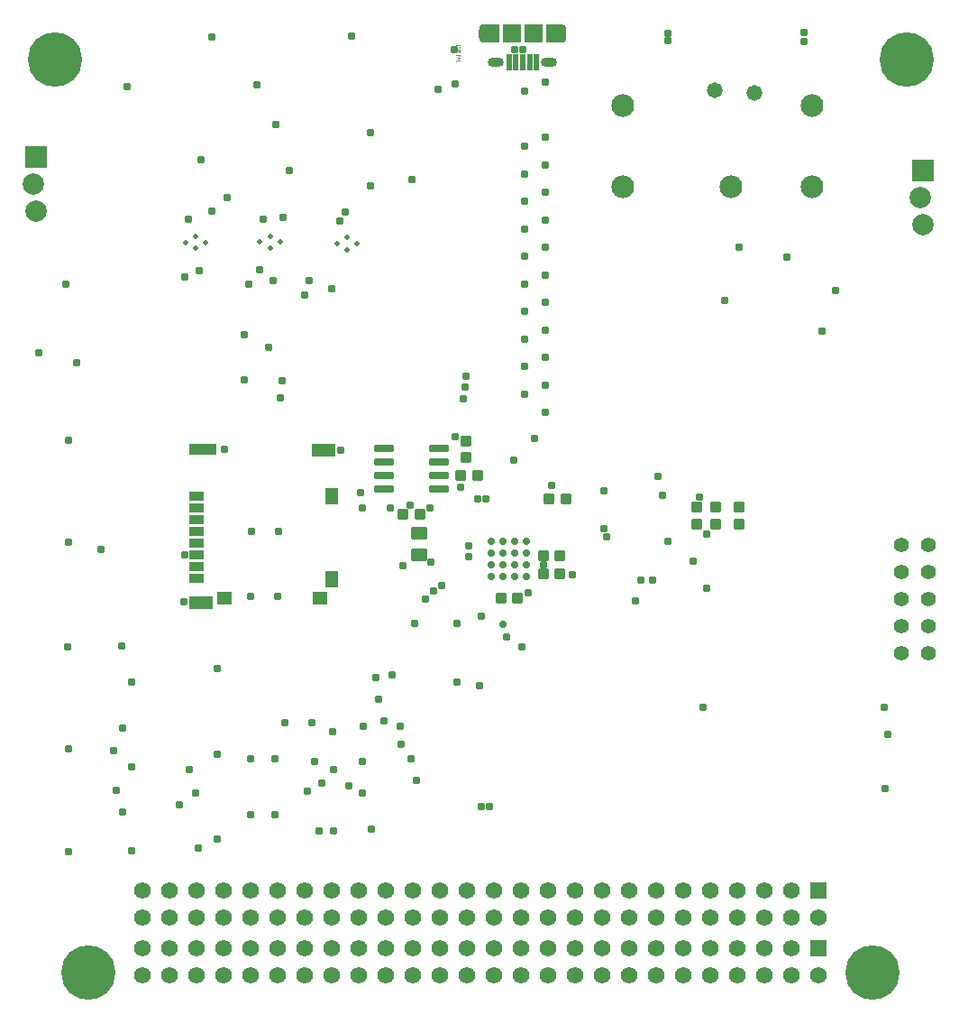
<source format=gbs>
G04*
G04 #@! TF.GenerationSoftware,Altium Limited,Altium Designer,22.6.1 (34)*
G04*
G04 Layer_Color=16711935*
%FSLAX25Y25*%
%MOIN*%
G70*
G04*
G04 #@! TF.SameCoordinates,44BA9B1E-1016-45A4-B772-E771DC22F3FE*
G04*
G04*
G04 #@! TF.FilePolarity,Negative*
G04*
G01*
G75*
G04:AMPARAMS|DCode=42|XSize=38.45mil|YSize=41.4mil|CornerRadius=6.31mil|HoleSize=0mil|Usage=FLASHONLY|Rotation=270.000|XOffset=0mil|YOffset=0mil|HoleType=Round|Shape=RoundedRectangle|*
%AMROUNDEDRECTD42*
21,1,0.03845,0.02879,0,0,270.0*
21,1,0.02584,0.04140,0,0,270.0*
1,1,0.01261,-0.01440,-0.01292*
1,1,0.01261,-0.01440,0.01292*
1,1,0.01261,0.01440,0.01292*
1,1,0.01261,0.01440,-0.01292*
%
%ADD42ROUNDEDRECTD42*%
G04:AMPARAMS|DCode=45|XSize=49.28mil|YSize=59.12mil|CornerRadius=6.98mil|HoleSize=0mil|Usage=FLASHONLY|Rotation=90.000|XOffset=0mil|YOffset=0mil|HoleType=Round|Shape=RoundedRectangle|*
%AMROUNDEDRECTD45*
21,1,0.04928,0.04516,0,0,90.0*
21,1,0.03532,0.05912,0,0,90.0*
1,1,0.01396,0.02258,0.01766*
1,1,0.01396,0.02258,-0.01766*
1,1,0.01396,-0.02258,-0.01766*
1,1,0.01396,-0.02258,0.01766*
%
%ADD45ROUNDEDRECTD45*%
G04:AMPARAMS|DCode=50|XSize=38.45mil|YSize=41.4mil|CornerRadius=6.31mil|HoleSize=0mil|Usage=FLASHONLY|Rotation=0.000|XOffset=0mil|YOffset=0mil|HoleType=Round|Shape=RoundedRectangle|*
%AMROUNDEDRECTD50*
21,1,0.03845,0.02879,0,0,0.0*
21,1,0.02584,0.04140,0,0,0.0*
1,1,0.01261,0.01292,-0.01440*
1,1,0.01261,-0.01292,-0.01440*
1,1,0.01261,-0.01292,0.01440*
1,1,0.01261,0.01292,0.01440*
%
%ADD50ROUNDEDRECTD50*%
%ADD52R,0.06194X0.06194*%
%ADD53C,0.06194*%
%ADD54C,0.05518*%
%ADD55C,0.07900*%
%ADD56R,0.07900X0.07900*%
%ADD57O,0.03851X0.06902*%
%ADD58O,0.05918X0.03359*%
%ADD59C,0.08400*%
%ADD60C,0.20085*%
%ADD61C,0.03099*%
%ADD62C,0.02769*%
%ADD63C,0.01968*%
%ADD64C,0.05800*%
%ADD125R,0.06706X0.06902*%
%ADD126R,0.02375X0.06115*%
G04:AMPARAMS|DCode=127|XSize=72.9mil|YSize=27.62mil|CornerRadius=4.95mil|HoleSize=0mil|Usage=FLASHONLY|Rotation=0.000|XOffset=0mil|YOffset=0mil|HoleType=Round|Shape=RoundedRectangle|*
%AMROUNDEDRECTD127*
21,1,0.07290,0.01772,0,0,0.0*
21,1,0.06299,0.02762,0,0,0.0*
1,1,0.00991,0.03150,-0.00886*
1,1,0.00991,-0.03150,-0.00886*
1,1,0.00991,-0.03150,0.00886*
1,1,0.00991,0.03150,0.00886*
%
%ADD127ROUNDEDRECTD127*%
%ADD128R,0.05028X0.06406*%
%ADD129R,0.09161X0.05028*%
%ADD130R,0.05224X0.05067*%
%ADD131R,0.05421X0.05067*%
%ADD132R,0.10343X0.04240*%
%ADD133R,0.05382X0.03650*%
G36*
X841780Y371575D02*
X836268D01*
X836165Y371571D01*
X836063Y371563D01*
X835961Y371551D01*
X835858Y371532D01*
X835760Y371508D01*
X835658Y371480D01*
X835563Y371445D01*
X835468Y371406D01*
X835374Y371362D01*
X835283Y371311D01*
X835197Y371256D01*
X835110Y371201D01*
X835028Y371138D01*
X834949Y371071D01*
X834874Y371000D01*
X834803Y370925D01*
X834736Y370847D01*
X834673Y370764D01*
X834618Y370677D01*
X834563Y370590D01*
X834512Y370500D01*
X834468Y370406D01*
X834429Y370311D01*
X834394Y370216D01*
X834366Y370114D01*
X834342Y370016D01*
X834323Y369913D01*
X834311Y369811D01*
X834303Y369709D01*
X834299Y369606D01*
Y366653D01*
X834303Y366551D01*
X834311Y366449D01*
X834323Y366347D01*
X834342Y366244D01*
X834366Y366146D01*
X834394Y366043D01*
X834429Y365949D01*
X834468Y365854D01*
X834512Y365760D01*
X834563Y365669D01*
X834618Y365583D01*
X834673Y365496D01*
X834736Y365413D01*
X834803Y365335D01*
X834874Y365260D01*
X834949Y365189D01*
X835028Y365122D01*
X835110Y365059D01*
X835197Y365004D01*
X835283Y364949D01*
X835374Y364898D01*
X835468Y364854D01*
X835563Y364815D01*
X835658Y364779D01*
X835760Y364752D01*
X835858Y364728D01*
X835961Y364709D01*
X836063Y364697D01*
X836165Y364689D01*
X836268Y364685D01*
X841780D01*
Y371575D01*
D02*
G37*
G36*
X864717Y364689D02*
X864819Y364697D01*
X864921Y364709D01*
X865024Y364728D01*
X865122Y364752D01*
X865224Y364779D01*
X865319Y364815D01*
X865413Y364854D01*
X865508Y364898D01*
X865598Y364949D01*
X865685Y365004D01*
X865772Y365059D01*
X865854Y365122D01*
X865933Y365189D01*
X866008Y365260D01*
X866079Y365335D01*
X866146Y365413D01*
X866209Y365496D01*
X866264Y365583D01*
X866319Y365669D01*
X866370Y365760D01*
X866413Y365854D01*
X866453Y365949D01*
X866488Y366043D01*
X866516Y366146D01*
X866539Y366244D01*
X866559Y366347D01*
X866571Y366449D01*
X866579Y366551D01*
X866583Y366653D01*
Y369606D01*
X866579Y369709D01*
X866571Y369811D01*
X866559Y369913D01*
X866539Y370016D01*
X866516Y370114D01*
X866488Y370216D01*
X866453Y370311D01*
X866413Y370406D01*
X866370Y370500D01*
X866319Y370590D01*
X866264Y370677D01*
X866209Y370764D01*
X866146Y370847D01*
X866079Y370925D01*
X866008Y371000D01*
X865933Y371071D01*
X865854Y371138D01*
X865772Y371201D01*
X865685Y371256D01*
X865598Y371311D01*
X865508Y371362D01*
X865413Y371406D01*
X865319Y371445D01*
X865224Y371480D01*
X865122Y371508D01*
X865024Y371532D01*
X864921Y371551D01*
X864819Y371563D01*
X864717Y371571D01*
X864614Y371575D01*
X859102D01*
Y364685D01*
X864614D01*
X864717Y364689D01*
D02*
G37*
G36*
X827352Y364000D02*
X826623D01*
Y363684D01*
X827352D01*
Y363471D01*
X825692D01*
Y363684D01*
X826424D01*
Y364000D01*
X825692D01*
Y364213D01*
X827352D01*
Y364000D01*
D02*
G37*
G36*
X826596Y363232D02*
X826665Y363230D01*
X826729Y363224D01*
X826787Y363216D01*
X826845Y363208D01*
X826895Y363196D01*
X826942Y363185D01*
X826983Y363174D01*
X827022Y363163D01*
X827053Y363152D01*
X827083Y363141D01*
X827105Y363133D01*
X827122Y363124D01*
X827136Y363119D01*
X827144Y363113D01*
X827147D01*
X827186Y363088D01*
X827222Y363064D01*
X827252Y363038D01*
X827277Y363011D01*
X827299Y362983D01*
X827318Y362955D01*
X827332Y362930D01*
X827346Y362906D01*
X827363Y362861D01*
X827366Y362842D01*
X827371Y362825D01*
Y362811D01*
X827374Y362800D01*
Y362792D01*
X827371Y362756D01*
X827363Y362723D01*
X827352Y362692D01*
X827338Y362662D01*
X827302Y362606D01*
X827260Y362562D01*
X827222Y362523D01*
X827186Y362496D01*
X827169Y362487D01*
X827158Y362479D01*
X827152Y362476D01*
X827150Y362474D01*
X827105Y362451D01*
X827058Y362432D01*
X826956Y362399D01*
X826853Y362376D01*
X826753Y362363D01*
X826706Y362357D01*
X826662Y362352D01*
X826623Y362349D01*
X826590D01*
X826562Y362346D01*
X826540D01*
X826529D01*
X826523D01*
X826454D01*
X826388Y362352D01*
X826327Y362357D01*
X826269Y362365D01*
X826213Y362374D01*
X826163Y362385D01*
X826116Y362396D01*
X826075Y362407D01*
X826036Y362418D01*
X826003Y362429D01*
X825975Y362440D01*
X825953Y362449D01*
X825933Y362457D01*
X825920Y362462D01*
X825911Y362465D01*
X825909Y362468D01*
X825867Y362493D01*
X825831Y362518D01*
X825798Y362543D01*
X825770Y362570D01*
X825748Y362598D01*
X825729Y362623D01*
X825712Y362651D01*
X825701Y362676D01*
X825690Y362701D01*
X825684Y362723D01*
X825679Y362742D01*
X825673Y362759D01*
Y362773D01*
X825670Y362784D01*
Y362792D01*
X825673Y362831D01*
X825681Y362867D01*
X825692Y362900D01*
X825709Y362930D01*
X825726Y362961D01*
X825745Y362989D01*
X825790Y363033D01*
X825834Y363072D01*
X825856Y363086D01*
X825873Y363097D01*
X825889Y363108D01*
X825900Y363113D01*
X825909Y363116D01*
X825911Y363119D01*
X825959Y363138D01*
X826006Y363158D01*
X826108Y363185D01*
X826210Y363208D01*
X826260Y363213D01*
X826307Y363221D01*
X826352Y363224D01*
X826393Y363230D01*
X826429Y363232D01*
X826463D01*
X826488Y363235D01*
X826507D01*
X826518D01*
X826523D01*
X826596Y363232D01*
D02*
G37*
G36*
X827352Y361493D02*
X827152D01*
Y361903D01*
X825692D01*
Y362116D01*
X827352D01*
Y361493D01*
D02*
G37*
G36*
Y360715D02*
X827152D01*
Y361124D01*
X825692D01*
Y361338D01*
X827352D01*
Y360715D01*
D02*
G37*
G36*
Y360354D02*
X825692D01*
Y360568D01*
X827352D01*
Y360354D01*
D02*
G37*
G36*
Y359811D02*
X827349Y359764D01*
X827343Y359720D01*
X827332Y359679D01*
X827318Y359640D01*
X827305Y359604D01*
X827285Y359573D01*
X827266Y359543D01*
X827246Y359515D01*
X827227Y359493D01*
X827211Y359471D01*
X827191Y359454D01*
X827177Y359438D01*
X827163Y359426D01*
X827152Y359418D01*
X827147Y359415D01*
X827144Y359413D01*
X827102Y359388D01*
X827055Y359366D01*
X827008Y359346D01*
X826958Y359330D01*
X826853Y359305D01*
X826753Y359288D01*
X826706Y359282D01*
X826662Y359280D01*
X826623Y359277D01*
X826587Y359274D01*
X826560Y359271D01*
X826540D01*
X826526D01*
X826521D01*
X826446Y359274D01*
X826374Y359277D01*
X826310Y359285D01*
X826246Y359296D01*
X826191Y359307D01*
X826136Y359324D01*
X826089Y359341D01*
X826042Y359360D01*
X826000Y359382D01*
X825961Y359404D01*
X825925Y359426D01*
X825895Y359451D01*
X825867Y359476D01*
X825839Y359504D01*
X825795Y359557D01*
X825762Y359609D01*
X825737Y359662D01*
X825718Y359709D01*
X825706Y359753D01*
X825698Y359789D01*
X825695Y359817D01*
X825692Y359828D01*
Y360075D01*
X827352D01*
Y359811D01*
D02*
G37*
G36*
Y358956D02*
X826983Y358889D01*
Y358582D01*
X827352Y358521D01*
Y358313D01*
X825681Y358626D01*
Y358847D01*
X827352Y359161D01*
Y358956D01*
D02*
G37*
G36*
X826596Y358019D02*
X827352D01*
Y357806D01*
X826596D01*
X825692Y357543D01*
Y357767D01*
X826338Y357914D01*
Y357920D01*
X825692Y358061D01*
Y358282D01*
X826596Y358019D01*
D02*
G37*
%LPC*%
G36*
X826576Y363011D02*
X826554D01*
X826537D01*
X826526D01*
X826523D01*
X826468D01*
X826416Y363008D01*
X826366Y363005D01*
X826321Y363002D01*
X826277Y362997D01*
X826238Y362994D01*
X826202Y362989D01*
X826169Y362983D01*
X826141Y362978D01*
X826116Y362972D01*
X826094Y362969D01*
X826078Y362964D01*
X826064Y362961D01*
X826053Y362958D01*
X826047Y362955D01*
X826044D01*
X826014Y362944D01*
X825986Y362933D01*
X825964Y362919D01*
X825945Y362906D01*
X825925Y362895D01*
X825911Y362881D01*
X825892Y362853D01*
X825878Y362831D01*
X825873Y362811D01*
X825870Y362800D01*
Y362795D01*
X825873Y362775D01*
X825878Y362759D01*
X825886Y362739D01*
X825898Y362725D01*
X825925Y362698D01*
X825956Y362673D01*
X825986Y362656D01*
X826014Y362642D01*
X826025Y362637D01*
X826033Y362634D01*
X826039Y362631D01*
X826042D01*
X826075Y362620D01*
X826111Y362612D01*
X826188Y362595D01*
X826269Y362584D01*
X826346Y362579D01*
X826382Y362576D01*
X826416Y362573D01*
X826446D01*
X826471Y362570D01*
X826493D01*
X826510D01*
X826521D01*
X826523D01*
X826579D01*
X826632Y362573D01*
X826681Y362576D01*
X826729Y362579D01*
X826770Y362584D01*
X826809Y362590D01*
X826845Y362595D01*
X826878Y362601D01*
X826906Y362606D01*
X826931Y362612D01*
X826953Y362617D01*
X826972Y362623D01*
X826986Y362626D01*
X826994Y362629D01*
X827000Y362631D01*
X827003D01*
X827033Y362642D01*
X827058Y362653D01*
X827083Y362667D01*
X827102Y362681D01*
X827119Y362692D01*
X827133Y362706D01*
X827152Y362731D01*
X827166Y362753D01*
X827172Y362773D01*
X827174Y362784D01*
Y362789D01*
X827172Y362809D01*
X827166Y362828D01*
X827158Y362845D01*
X827150Y362861D01*
X827122Y362889D01*
X827091Y362914D01*
X827061Y362930D01*
X827033Y362944D01*
X827025Y362950D01*
X827017Y362953D01*
X827011Y362955D01*
X827008D01*
X826975Y362964D01*
X826939Y362975D01*
X826861Y362989D01*
X826781Y362997D01*
X826704Y363002D01*
X826665Y363005D01*
X826632Y363008D01*
X826601D01*
X826576Y363011D01*
D02*
G37*
G36*
X827152Y359861D02*
X825892D01*
Y359825D01*
X825895Y359792D01*
X825898Y359759D01*
X825914Y359703D01*
X825939Y359656D01*
X825964Y359620D01*
X825992Y359593D01*
X826017Y359573D01*
X826033Y359562D01*
X826036Y359559D01*
X826039D01*
X826069Y359546D01*
X826103Y359535D01*
X826138Y359523D01*
X826177Y359515D01*
X826258Y359504D01*
X826338Y359493D01*
X826377Y359490D01*
X826413Y359487D01*
X826446D01*
X826474Y359485D01*
X826499D01*
X826515D01*
X826529D01*
X826532D01*
X826593D01*
X826648Y359487D01*
X826698Y359493D01*
X826745Y359496D01*
X826789Y359504D01*
X826828Y359510D01*
X826864Y359518D01*
X826895Y359523D01*
X826922Y359532D01*
X826945Y359540D01*
X826964Y359546D01*
X826981Y359551D01*
X826992Y359557D01*
X827000Y359562D01*
X827005Y359565D01*
X827008D01*
X827033Y359582D01*
X827055Y359598D01*
X827075Y359618D01*
X827091Y359640D01*
X827116Y359684D01*
X827133Y359726D01*
X827144Y359767D01*
X827150Y359800D01*
X827152Y359814D01*
Y359861D01*
D02*
G37*
G36*
X826784Y358859D02*
X826091Y358742D01*
Y358737D01*
X826784Y358620D01*
Y358859D01*
D02*
G37*
%LPD*%
D42*
X921664Y193063D02*
D03*
Y186862D02*
D03*
X930414Y193052D02*
D03*
Y186852D02*
D03*
X829500Y211400D02*
D03*
Y217600D02*
D03*
X914714Y193063D02*
D03*
Y186862D02*
D03*
D45*
X812114Y175391D02*
D03*
Y183461D02*
D03*
D50*
X842400Y159500D02*
D03*
X848600D02*
D03*
X857990Y175007D02*
D03*
X864191D02*
D03*
X860299Y196000D02*
D03*
X866500D02*
D03*
X827613Y204826D02*
D03*
X833814D02*
D03*
X857997Y168505D02*
D03*
X864197D02*
D03*
X806113Y190326D02*
D03*
X812314D02*
D03*
D52*
X959886Y30248D02*
D03*
Y51547D02*
D03*
D53*
Y20248D02*
D03*
X949886Y30248D02*
D03*
Y20248D02*
D03*
X939886Y30248D02*
D03*
Y20248D02*
D03*
X929886Y30248D02*
D03*
Y20248D02*
D03*
X919886Y30248D02*
D03*
Y20248D02*
D03*
X909886Y30248D02*
D03*
Y20248D02*
D03*
X899886Y30248D02*
D03*
Y20248D02*
D03*
X889886Y30248D02*
D03*
Y20248D02*
D03*
X879886Y30248D02*
D03*
Y20248D02*
D03*
X869886Y30248D02*
D03*
Y20248D02*
D03*
X859886Y30248D02*
D03*
Y20248D02*
D03*
X849886Y30248D02*
D03*
Y20248D02*
D03*
X839886Y30248D02*
D03*
Y20248D02*
D03*
X829886Y30248D02*
D03*
Y20248D02*
D03*
X819886Y30248D02*
D03*
Y20248D02*
D03*
X809886Y30248D02*
D03*
Y20248D02*
D03*
X799886Y30248D02*
D03*
Y20248D02*
D03*
X789886Y30248D02*
D03*
Y20248D02*
D03*
X779886Y30248D02*
D03*
Y20248D02*
D03*
X769886Y30248D02*
D03*
Y20248D02*
D03*
X759886Y30248D02*
D03*
Y20248D02*
D03*
X749886Y30248D02*
D03*
Y20248D02*
D03*
X739886Y30248D02*
D03*
Y20248D02*
D03*
X729886Y30248D02*
D03*
Y20248D02*
D03*
X719886Y30248D02*
D03*
Y20248D02*
D03*
X709886Y30248D02*
D03*
Y20248D02*
D03*
Y41547D02*
D03*
Y51547D02*
D03*
X719886Y41547D02*
D03*
Y51547D02*
D03*
X729886Y41547D02*
D03*
Y51547D02*
D03*
X739886Y41547D02*
D03*
Y51547D02*
D03*
X749886Y41547D02*
D03*
Y51547D02*
D03*
X759886Y41547D02*
D03*
Y51547D02*
D03*
X769886Y41547D02*
D03*
Y51547D02*
D03*
X779886Y41547D02*
D03*
Y51547D02*
D03*
X789886Y41547D02*
D03*
Y51547D02*
D03*
X799886Y41547D02*
D03*
Y51547D02*
D03*
X809886Y41547D02*
D03*
Y51547D02*
D03*
X819886Y41547D02*
D03*
Y51547D02*
D03*
X829886Y41547D02*
D03*
Y51547D02*
D03*
X839886Y41547D02*
D03*
Y51547D02*
D03*
X849886Y41547D02*
D03*
Y51547D02*
D03*
X859886Y41547D02*
D03*
Y51547D02*
D03*
X869886Y41547D02*
D03*
Y51547D02*
D03*
X879886Y41547D02*
D03*
Y51547D02*
D03*
X889886Y41547D02*
D03*
Y51547D02*
D03*
X899886Y41547D02*
D03*
Y51547D02*
D03*
X909886Y41547D02*
D03*
Y51547D02*
D03*
X919886Y41547D02*
D03*
Y51547D02*
D03*
X929886Y41547D02*
D03*
Y51547D02*
D03*
X939886Y41547D02*
D03*
Y51547D02*
D03*
X949886Y41547D02*
D03*
Y51547D02*
D03*
X959886Y41547D02*
D03*
D54*
X1000500Y149000D02*
D03*
Y139000D02*
D03*
X990500Y149000D02*
D03*
Y139000D02*
D03*
X1000500Y179000D02*
D03*
Y159000D02*
D03*
X990500Y179000D02*
D03*
Y159000D02*
D03*
X1000500Y169000D02*
D03*
X990500D02*
D03*
D55*
X670530Y302370D02*
D03*
X669530Y312370D02*
D03*
X997500Y307500D02*
D03*
X998500Y297500D02*
D03*
D56*
X670530Y322370D02*
D03*
X998500Y317500D02*
D03*
D57*
X864221Y368130D02*
D03*
X836661D02*
D03*
D58*
X860283Y357500D02*
D03*
X840598D02*
D03*
D59*
X887500Y311500D02*
D03*
X927500D02*
D03*
X957500D02*
D03*
Y341500D02*
D03*
X887500D02*
D03*
D60*
X677404Y358575D02*
D03*
X992362Y358579D02*
D03*
X689806Y21175D02*
D03*
X979965Y21174D02*
D03*
D61*
X900500Y204500D02*
D03*
X838099Y82500D02*
D03*
X805500Y105500D02*
D03*
X809000Y100000D02*
D03*
X805000Y112000D02*
D03*
X796000Y130000D02*
D03*
X835000Y82500D02*
D03*
X802000Y131000D02*
D03*
X852500Y161500D02*
D03*
X811000Y92000D02*
D03*
X780500Y73500D02*
D03*
X850000Y141500D02*
D03*
X772500Y113500D02*
D03*
X762500D02*
D03*
X799000Y114000D02*
D03*
X702500Y111500D02*
D03*
X791500Y112000D02*
D03*
X797000Y122240D02*
D03*
X834500Y127000D02*
D03*
X780000Y110000D02*
D03*
X791000Y99000D02*
D03*
X702500Y80500D02*
D03*
X749886Y100218D02*
D03*
X758746Y100123D02*
D03*
X749886Y79310D02*
D03*
X758746D02*
D03*
X780500Y96000D02*
D03*
X776000Y91000D02*
D03*
X730492Y67144D02*
D03*
X723500Y83000D02*
D03*
X700000Y88500D02*
D03*
X699000Y103000D02*
D03*
X702022Y141900D02*
D03*
X791000Y87500D02*
D03*
X786000Y90000D02*
D03*
X773500Y99000D02*
D03*
X727000Y96000D02*
D03*
X694500Y177500D02*
D03*
X729500Y87500D02*
D03*
X770900Y88000D02*
D03*
X775000Y73500D02*
D03*
X794500Y74000D02*
D03*
X737500Y101822D02*
D03*
Y70322D02*
D03*
Y133377D02*
D03*
X705859Y66000D02*
D03*
Y128500D02*
D03*
Y97250D02*
D03*
X740000Y214500D02*
D03*
X947988Y285500D02*
D03*
X880500Y199000D02*
D03*
X801500Y192786D02*
D03*
X816000D02*
D03*
X791000D02*
D03*
X808710Y193756D02*
D03*
X898500Y166000D02*
D03*
X894000D02*
D03*
X891988Y158476D02*
D03*
X881449Y182083D02*
D03*
X880490Y185030D02*
D03*
X868732Y168105D02*
D03*
X851023Y346737D02*
D03*
Y326390D02*
D03*
Y316217D02*
D03*
Y306044D02*
D03*
Y295871D02*
D03*
Y285697D02*
D03*
Y275524D02*
D03*
Y265351D02*
D03*
Y255178D02*
D03*
Y245004D02*
D03*
Y234831D02*
D03*
X847000Y210500D02*
D03*
X854884Y218608D02*
D03*
X858666Y228052D02*
D03*
Y238225D02*
D03*
Y248399D02*
D03*
Y258572D02*
D03*
Y268745D02*
D03*
Y278918D02*
D03*
Y289091D02*
D03*
Y299265D02*
D03*
Y309438D02*
D03*
Y319611D02*
D03*
Y329784D02*
D03*
Y350131D02*
D03*
X809500Y314000D02*
D03*
X850569Y361996D02*
D03*
X847450Y361996D02*
D03*
X836921Y196000D02*
D03*
X833822D02*
D03*
X820509Y164252D02*
D03*
X816634Y172690D02*
D03*
X835159Y152775D02*
D03*
X844500Y145000D02*
D03*
X779669Y273944D02*
D03*
X761677Y300003D02*
D03*
X753163Y280625D02*
D03*
X758284Y276760D02*
D03*
X760000Y184000D02*
D03*
X830382Y178747D02*
D03*
Y174810D02*
D03*
X857993Y171756D02*
D03*
X861000Y201000D02*
D03*
X682328Y217747D02*
D03*
X725500Y175500D02*
D03*
X794000Y331500D02*
D03*
X682500Y180039D02*
D03*
X825500Y219000D02*
D03*
X761469Y239732D02*
D03*
X747469Y240232D02*
D03*
X725016Y157991D02*
D03*
X783257Y214147D02*
D03*
X984500Y89000D02*
D03*
X985500Y109000D02*
D03*
X810500Y150000D02*
D03*
X769794Y271287D02*
D03*
X782878Y298873D02*
D03*
X726847Y299310D02*
D03*
X741000Y307500D02*
D03*
X754349Y299389D02*
D03*
X759000Y334500D02*
D03*
X819000Y347500D02*
D03*
X825500Y349551D02*
D03*
X913500Y173000D02*
D03*
X918500Y183000D02*
D03*
X915664Y196735D02*
D03*
X902000Y197500D02*
D03*
X827432Y200302D02*
D03*
X790500Y198500D02*
D03*
X829500Y241500D02*
D03*
X829000Y237500D02*
D03*
X828347Y232987D02*
D03*
X685500Y246500D02*
D03*
X671500Y250000D02*
D03*
X930500Y289000D02*
D03*
X682500Y65851D02*
D03*
Y103851D02*
D03*
X682000Y141500D02*
D03*
X826000Y128500D02*
D03*
Y150000D02*
D03*
X747469Y256768D02*
D03*
X756547Y252065D02*
D03*
X760856Y233531D02*
D03*
X750000Y184000D02*
D03*
X759886Y160000D02*
D03*
X749886D02*
D03*
X814500Y159000D02*
D03*
X817500Y162000D02*
D03*
X731500Y321500D02*
D03*
X794000Y311680D02*
D03*
X764000Y317500D02*
D03*
X735500Y302500D02*
D03*
X725500Y278000D02*
D03*
X730784Y280500D02*
D03*
X771388Y276648D02*
D03*
X749000Y275500D02*
D03*
X784688Y302000D02*
D03*
X681500Y275500D02*
D03*
X961000Y258173D02*
D03*
X954500Y364970D02*
D03*
Y368500D02*
D03*
X904000Y368000D02*
D03*
Y365500D02*
D03*
X735461Y366854D02*
D03*
X787000Y367000D02*
D03*
X825286Y362052D02*
D03*
X925294Y269562D02*
D03*
X966000Y273000D02*
D03*
X904000Y180500D02*
D03*
X918500Y163000D02*
D03*
X984000Y119000D02*
D03*
X917000D02*
D03*
X806000Y171500D02*
D03*
X752000Y349000D02*
D03*
X704000Y348500D02*
D03*
D62*
X838718Y167330D02*
D03*
Y171661D02*
D03*
Y175991D02*
D03*
Y180322D02*
D03*
X843048Y167330D02*
D03*
Y171661D02*
D03*
Y175991D02*
D03*
Y180322D02*
D03*
X847379Y167330D02*
D03*
Y171661D02*
D03*
Y175991D02*
D03*
Y180322D02*
D03*
X851710Y167330D02*
D03*
Y171661D02*
D03*
Y175991D02*
D03*
Y180322D02*
D03*
X843026Y149713D02*
D03*
D63*
X781760Y290500D02*
D03*
X789240D02*
D03*
X785500Y288236D02*
D03*
Y292764D02*
D03*
X757000Y293264D02*
D03*
Y288736D02*
D03*
X760740Y291000D02*
D03*
X753260D02*
D03*
X729468Y293201D02*
D03*
Y288673D02*
D03*
X733209Y290937D02*
D03*
X725728D02*
D03*
D64*
X936193Y346200D02*
D03*
X921500Y347000D02*
D03*
D125*
X854378Y368130D02*
D03*
X846504D02*
D03*
D126*
X855559Y357500D02*
D03*
X853000D02*
D03*
X850441D02*
D03*
X847882D02*
D03*
X845323D02*
D03*
D127*
X799076Y199826D02*
D03*
Y204826D02*
D03*
Y209826D02*
D03*
Y214826D02*
D03*
X819352D02*
D03*
Y209826D02*
D03*
Y204826D02*
D03*
Y199826D02*
D03*
D128*
X779911Y166377D02*
D03*
Y197007D02*
D03*
D129*
X776781Y213956D02*
D03*
X731584Y157696D02*
D03*
D130*
X775482Y159291D02*
D03*
D131*
X740048D02*
D03*
D132*
X732174Y214350D02*
D03*
D133*
X729694Y166928D02*
D03*
Y171259D02*
D03*
Y175590D02*
D03*
Y179920D02*
D03*
Y184251D02*
D03*
Y188582D02*
D03*
Y192913D02*
D03*
Y197243D02*
D03*
M02*

</source>
